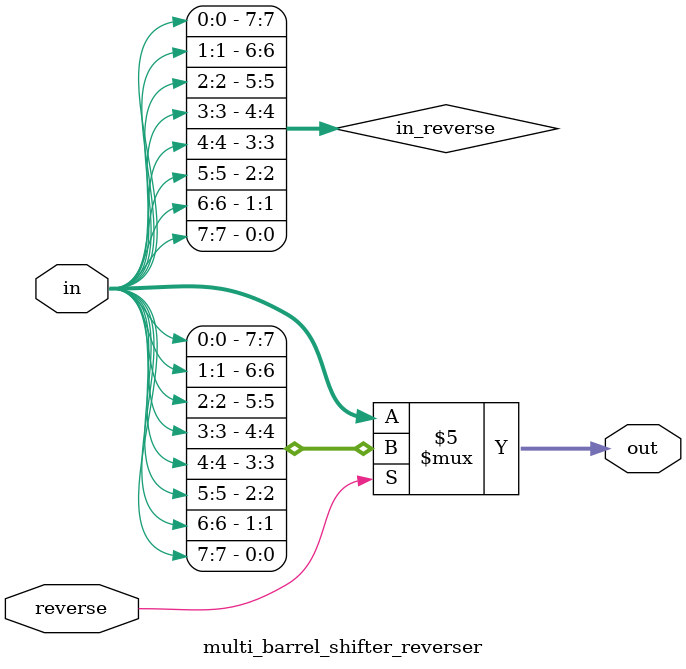
<source format=sv>
`timescale 1ns / 1ps


module multi_barrel_shifter_reverser
#(parameter N = 3)
    (
    input logic reverse,
    input logic [(2**N)-1:0] in,
    output logic [(2**N)-1:0] out
    );
    
    logic [(2**N)-1:0] in_reverse;
    
    always_comb
    begin
        for (int i = 0; i < 2**N; i = i + 1) begin
            in_reverse[i] = in[(2**N)-1-i];
        end
    end 
    
    assign out = reverse ? in_reverse : in;
    
endmodule

</source>
